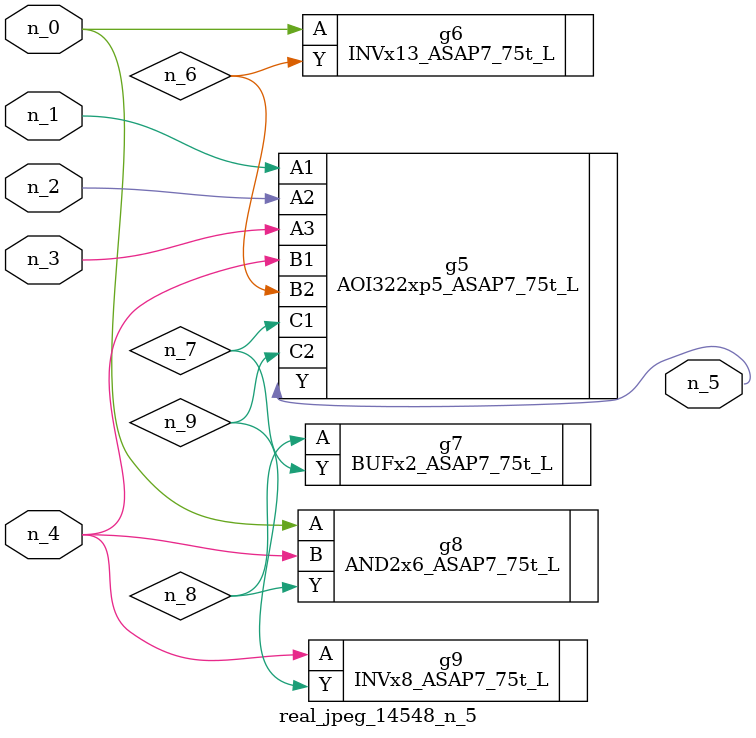
<source format=v>
module real_jpeg_14548_n_5 (n_4, n_0, n_1, n_2, n_3, n_5);

input n_4;
input n_0;
input n_1;
input n_2;
input n_3;

output n_5;

wire n_8;
wire n_6;
wire n_7;
wire n_9;

INVx13_ASAP7_75t_L g6 ( 
.A(n_0),
.Y(n_6)
);

AND2x6_ASAP7_75t_L g8 ( 
.A(n_0),
.B(n_4),
.Y(n_8)
);

AOI322xp5_ASAP7_75t_L g5 ( 
.A1(n_1),
.A2(n_2),
.A3(n_3),
.B1(n_4),
.B2(n_6),
.C1(n_7),
.C2(n_9),
.Y(n_5)
);

INVx8_ASAP7_75t_L g9 ( 
.A(n_4),
.Y(n_9)
);

BUFx2_ASAP7_75t_L g7 ( 
.A(n_8),
.Y(n_7)
);


endmodule
</source>
